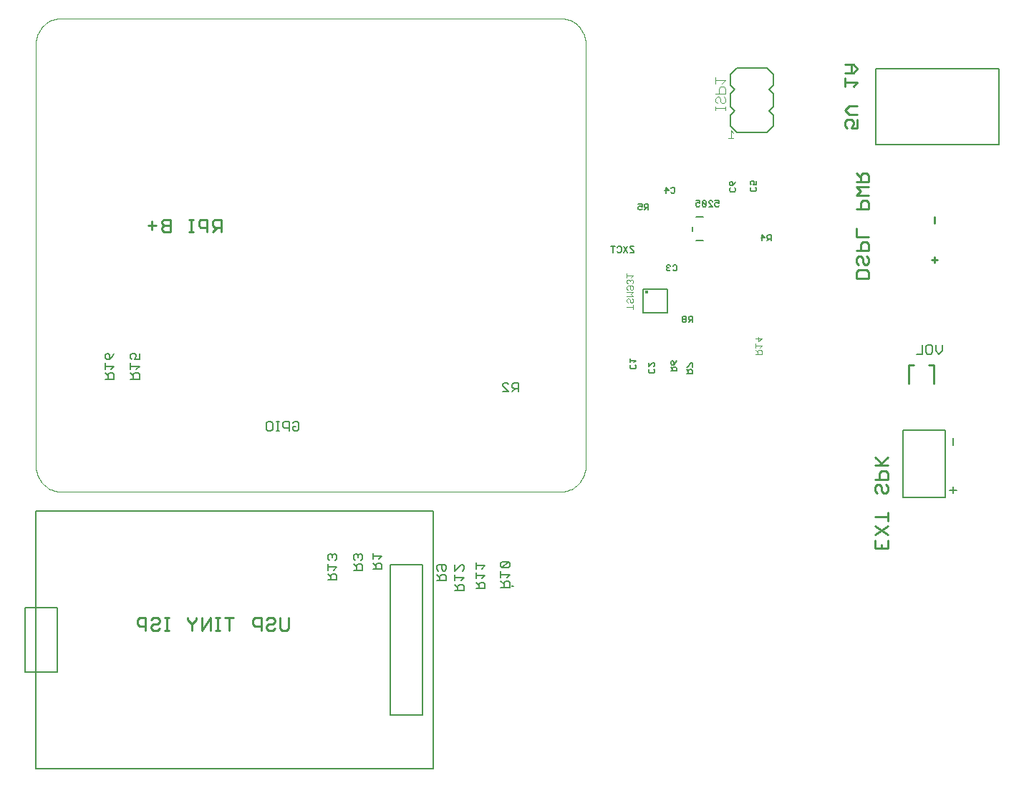
<source format=gbo>
G75*
%MOIN*%
%OFA0B0*%
%FSLAX24Y24*%
%IPPOS*%
%LPD*%
%AMOC8*
5,1,8,0,0,1.08239X$1,22.5*
%
%ADD10R,0.0110X0.0010*%
%ADD11R,0.0010X0.0010*%
%ADD12R,0.0030X0.0010*%
%ADD13R,0.0070X0.0010*%
%ADD14C,0.0000*%
%ADD15C,0.0110*%
%ADD16C,0.0090*%
%ADD17C,0.0050*%
%ADD18C,0.0040*%
%ADD19C,0.0030*%
%ADD20C,0.0070*%
%ADD21C,0.0080*%
%ADD22C,0.0157*%
%ADD23C,0.0100*%
D10*
X022825Y010899D03*
D11*
X022865Y010909D03*
D12*
X022835Y010909D03*
X022795Y010909D03*
D13*
X022825Y010919D03*
D14*
X025046Y015318D02*
X001818Y015318D01*
X001818Y015319D02*
X001752Y015321D01*
X001686Y015326D01*
X001620Y015336D01*
X001555Y015349D01*
X001491Y015365D01*
X001428Y015385D01*
X001366Y015409D01*
X001306Y015436D01*
X001247Y015466D01*
X001190Y015500D01*
X001135Y015537D01*
X001082Y015577D01*
X001031Y015619D01*
X000983Y015665D01*
X000937Y015713D01*
X000895Y015764D01*
X000855Y015817D01*
X000818Y015872D01*
X000784Y015929D01*
X000754Y015988D01*
X000727Y016048D01*
X000703Y016110D01*
X000683Y016173D01*
X000667Y016237D01*
X000654Y016302D01*
X000644Y016368D01*
X000639Y016434D01*
X000637Y016500D01*
X000637Y036185D01*
X000639Y036251D01*
X000644Y036317D01*
X000654Y036383D01*
X000667Y036448D01*
X000683Y036512D01*
X000703Y036575D01*
X000727Y036637D01*
X000754Y036697D01*
X000784Y036756D01*
X000818Y036813D01*
X000855Y036868D01*
X000895Y036921D01*
X000937Y036972D01*
X000983Y037020D01*
X001031Y037066D01*
X001082Y037108D01*
X001135Y037148D01*
X001190Y037185D01*
X001247Y037219D01*
X001306Y037249D01*
X001366Y037276D01*
X001428Y037300D01*
X001491Y037320D01*
X001555Y037336D01*
X001620Y037349D01*
X001686Y037359D01*
X001752Y037364D01*
X001818Y037366D01*
X025046Y037366D01*
X025112Y037364D01*
X025178Y037359D01*
X025244Y037349D01*
X025309Y037336D01*
X025373Y037320D01*
X025436Y037300D01*
X025498Y037276D01*
X025558Y037249D01*
X025617Y037219D01*
X025674Y037185D01*
X025729Y037148D01*
X025782Y037108D01*
X025833Y037066D01*
X025881Y037020D01*
X025927Y036972D01*
X025969Y036921D01*
X026009Y036868D01*
X026046Y036813D01*
X026080Y036756D01*
X026110Y036697D01*
X026137Y036637D01*
X026161Y036575D01*
X026181Y036512D01*
X026197Y036448D01*
X026210Y036383D01*
X026220Y036317D01*
X026225Y036251D01*
X026227Y036185D01*
X026227Y016500D01*
X026225Y016434D01*
X026220Y016368D01*
X026210Y016302D01*
X026197Y016237D01*
X026181Y016173D01*
X026161Y016110D01*
X026137Y016048D01*
X026110Y015988D01*
X026080Y015929D01*
X026046Y015872D01*
X026009Y015817D01*
X025969Y015764D01*
X025927Y015713D01*
X025881Y015665D01*
X025833Y015619D01*
X025782Y015577D01*
X025729Y015537D01*
X025674Y015500D01*
X025617Y015466D01*
X025558Y015436D01*
X025498Y015409D01*
X025436Y015385D01*
X025373Y015365D01*
X025309Y015349D01*
X025244Y015336D01*
X025178Y015326D01*
X025112Y015321D01*
X025046Y015319D01*
D15*
X012404Y009447D02*
X012404Y008955D01*
X012306Y008856D01*
X012109Y008856D01*
X012011Y008955D01*
X012011Y009447D01*
X011760Y009349D02*
X011760Y009250D01*
X011661Y009152D01*
X011465Y009152D01*
X011366Y009053D01*
X011366Y008955D01*
X011465Y008856D01*
X011661Y008856D01*
X011760Y008955D01*
X011760Y009349D02*
X011661Y009447D01*
X011465Y009447D01*
X011366Y009349D01*
X011115Y009447D02*
X010820Y009447D01*
X010722Y009349D01*
X010722Y009152D01*
X010820Y009053D01*
X011115Y009053D01*
X011115Y008856D02*
X011115Y009447D01*
X009826Y009447D02*
X009433Y009447D01*
X009629Y009447D02*
X009629Y008856D01*
X009182Y008856D02*
X008985Y008856D01*
X009083Y008856D02*
X009083Y009447D01*
X008985Y009447D02*
X009182Y009447D01*
X008752Y009447D02*
X008358Y008856D01*
X008358Y009447D01*
X008107Y009447D02*
X008107Y009349D01*
X007911Y009152D01*
X007911Y008856D01*
X007911Y009152D02*
X007714Y009349D01*
X007714Y009447D01*
X006818Y009447D02*
X006622Y009447D01*
X006720Y009447D02*
X006720Y008856D01*
X006818Y008856D02*
X006622Y008856D01*
X006389Y008955D02*
X006290Y008856D01*
X006093Y008856D01*
X005995Y008955D01*
X005995Y009053D01*
X006093Y009152D01*
X006290Y009152D01*
X006389Y009250D01*
X006389Y009349D01*
X006290Y009447D01*
X006093Y009447D01*
X005995Y009349D01*
X005744Y009447D02*
X005449Y009447D01*
X005350Y009349D01*
X005350Y009152D01*
X005449Y009053D01*
X005744Y009053D01*
X005744Y008856D02*
X005744Y009447D01*
X008752Y009447D02*
X008752Y008856D01*
X008859Y027411D02*
X009056Y027608D01*
X008958Y027608D02*
X009253Y027608D01*
X009253Y027411D02*
X009253Y028001D01*
X008958Y028001D01*
X008859Y027903D01*
X008859Y027706D01*
X008958Y027608D01*
X008609Y027608D02*
X008313Y027608D01*
X008215Y027706D01*
X008215Y027903D01*
X008313Y028001D01*
X008609Y028001D01*
X008609Y027411D01*
X007964Y027411D02*
X007767Y027411D01*
X007866Y027411D02*
X007866Y028001D01*
X007964Y028001D02*
X007767Y028001D01*
X006890Y028001D02*
X006890Y027411D01*
X006594Y027411D01*
X006496Y027509D01*
X006496Y027608D01*
X006594Y027706D01*
X006890Y027706D01*
X006890Y028001D02*
X006594Y028001D01*
X006496Y027903D01*
X006496Y027804D01*
X006594Y027706D01*
X006245Y027706D02*
X005852Y027706D01*
X006048Y027903D02*
X006048Y027509D01*
X038290Y032352D02*
X038389Y032253D01*
X038290Y032352D02*
X038290Y032549D01*
X038389Y032647D01*
X038585Y032647D01*
X038684Y032549D01*
X038684Y032450D01*
X038585Y032253D01*
X038881Y032253D01*
X038881Y032647D01*
X038881Y032898D02*
X038487Y032898D01*
X038290Y033095D01*
X038487Y033292D01*
X038881Y033292D01*
X038684Y034187D02*
X038881Y034384D01*
X038290Y034384D01*
X038290Y034187D02*
X038290Y034581D01*
X038290Y034832D02*
X038684Y034832D01*
X038881Y035028D01*
X038684Y035225D01*
X038290Y035225D01*
X038585Y035225D02*
X038585Y034832D01*
X038822Y030161D02*
X039019Y029964D01*
X039019Y030062D02*
X039019Y029767D01*
X038822Y029767D02*
X039412Y029767D01*
X039412Y030062D01*
X039314Y030161D01*
X039117Y030161D01*
X039019Y030062D01*
X038822Y029516D02*
X039412Y029516D01*
X039412Y029123D02*
X038822Y029123D01*
X039019Y029319D01*
X038822Y029516D01*
X039117Y028872D02*
X039019Y028773D01*
X039019Y028478D01*
X038822Y028478D02*
X039412Y028478D01*
X039412Y028773D01*
X039314Y028872D01*
X039117Y028872D01*
X038822Y027583D02*
X038822Y027189D01*
X039412Y027189D01*
X039314Y026938D02*
X039117Y026938D01*
X039019Y026840D01*
X039019Y026544D01*
X038822Y026544D02*
X039412Y026544D01*
X039412Y026840D01*
X039314Y026938D01*
X039314Y026294D02*
X039412Y026195D01*
X039412Y025998D01*
X039314Y025900D01*
X039215Y025900D01*
X039117Y025998D01*
X039117Y026195D01*
X039019Y026294D01*
X038920Y026294D01*
X038822Y026195D01*
X038822Y025998D01*
X038920Y025900D01*
X038920Y025649D02*
X039314Y025649D01*
X039412Y025551D01*
X039412Y025255D01*
X038822Y025255D01*
X038822Y025551D01*
X038920Y025649D01*
X039697Y016934D02*
X039992Y016638D01*
X039893Y016540D02*
X040287Y016934D01*
X040287Y016540D02*
X039697Y016540D01*
X039992Y016289D02*
X039893Y016191D01*
X039893Y015895D01*
X039697Y015895D02*
X040287Y015895D01*
X040287Y016191D01*
X040189Y016289D01*
X039992Y016289D01*
X039893Y015644D02*
X039795Y015644D01*
X039697Y015546D01*
X039697Y015349D01*
X039795Y015251D01*
X039992Y015349D02*
X039992Y015546D01*
X039893Y015644D01*
X040189Y015644D02*
X040287Y015546D01*
X040287Y015349D01*
X040189Y015251D01*
X040090Y015251D01*
X039992Y015349D01*
X040287Y014355D02*
X040287Y013962D01*
X040287Y014159D02*
X039697Y014159D01*
X039697Y013711D02*
X040287Y013317D01*
X040287Y013066D02*
X040287Y012673D01*
X039697Y012673D01*
X039697Y013066D01*
X039697Y013317D02*
X040287Y013711D01*
X039992Y012869D02*
X039992Y012673D01*
D16*
X042454Y025995D02*
X042454Y026268D01*
X042591Y026131D02*
X042317Y026131D01*
X042454Y027836D02*
X042454Y028110D01*
D17*
X019125Y002419D02*
X000625Y002419D01*
X000625Y006919D01*
X001625Y006919D01*
X001625Y009919D01*
X000625Y009919D01*
X000125Y009919D01*
X000125Y006919D01*
X000625Y006919D01*
X000625Y009919D01*
X000625Y014419D01*
X019125Y014419D01*
X019125Y002419D01*
X018625Y004919D02*
X017125Y004919D01*
X017125Y011919D01*
X018625Y011919D01*
X018625Y004919D01*
X028343Y021049D02*
X028298Y021094D01*
X028298Y021184D01*
X028343Y021229D01*
X028298Y021344D02*
X028298Y021524D01*
X028298Y021434D02*
X028568Y021434D01*
X028478Y021344D01*
X028523Y021229D02*
X028568Y021184D01*
X028568Y021094D01*
X028523Y021049D01*
X028343Y021049D01*
X029164Y020987D02*
X029209Y021032D01*
X029164Y020987D02*
X029164Y020897D01*
X029209Y020852D01*
X029389Y020852D01*
X029434Y020897D01*
X029434Y020987D01*
X029389Y021032D01*
X029389Y021147D02*
X029434Y021192D01*
X029434Y021282D01*
X029389Y021327D01*
X029344Y021327D01*
X029164Y021147D01*
X029164Y021327D01*
X030186Y021368D02*
X030231Y021413D01*
X030276Y021413D01*
X030321Y021368D01*
X030321Y021233D01*
X030231Y021233D01*
X030186Y021278D01*
X030186Y021368D01*
X030321Y021233D02*
X030411Y021323D01*
X030456Y021413D01*
X030411Y021118D02*
X030321Y021118D01*
X030276Y021073D01*
X030276Y020938D01*
X030186Y020938D02*
X030456Y020938D01*
X030456Y021073D01*
X030411Y021118D01*
X030276Y021028D02*
X030186Y021118D01*
X030916Y021127D02*
X030961Y021127D01*
X031141Y021307D01*
X031186Y021307D01*
X031186Y021127D01*
X031141Y021013D02*
X031051Y021013D01*
X031006Y020968D01*
X031006Y020832D01*
X030916Y020832D02*
X031186Y020832D01*
X031186Y020968D01*
X031141Y021013D01*
X031006Y020923D02*
X030916Y021013D01*
X030866Y023213D02*
X030911Y023258D01*
X030911Y023303D01*
X030866Y023348D01*
X030776Y023348D01*
X030731Y023303D01*
X030731Y023258D01*
X030776Y023213D01*
X030866Y023213D01*
X030866Y023348D02*
X030911Y023393D01*
X030911Y023438D01*
X030866Y023483D01*
X030776Y023483D01*
X030731Y023438D01*
X030731Y023393D01*
X030776Y023348D01*
X031026Y023348D02*
X031071Y023303D01*
X031206Y023303D01*
X031206Y023213D02*
X031206Y023483D01*
X031071Y023483D01*
X031026Y023438D01*
X031026Y023348D01*
X031116Y023303D02*
X031026Y023213D01*
X030421Y025610D02*
X030331Y025610D01*
X030286Y025655D01*
X030172Y025655D02*
X030127Y025610D01*
X030037Y025610D01*
X029992Y025655D01*
X029992Y025700D01*
X030037Y025745D01*
X030082Y025745D01*
X030037Y025745D02*
X029992Y025790D01*
X029992Y025835D01*
X030037Y025880D01*
X030127Y025880D01*
X030172Y025835D01*
X030286Y025835D02*
X030331Y025880D01*
X030421Y025880D01*
X030466Y025835D01*
X030466Y025655D01*
X030421Y025610D01*
X028472Y026468D02*
X028291Y026468D01*
X028177Y026468D02*
X027997Y026739D01*
X027882Y026693D02*
X027882Y026513D01*
X027837Y026468D01*
X027747Y026468D01*
X027702Y026513D01*
X027702Y026693D02*
X027747Y026739D01*
X027837Y026739D01*
X027882Y026693D01*
X027997Y026468D02*
X028177Y026739D01*
X028291Y026739D02*
X028291Y026693D01*
X028472Y026513D01*
X028472Y026468D01*
X028472Y026739D02*
X028291Y026739D01*
X027588Y026739D02*
X027407Y026739D01*
X027497Y026739D02*
X027497Y026468D01*
X028719Y028452D02*
X028674Y028497D01*
X028674Y028587D01*
X028719Y028632D01*
X028764Y028632D01*
X028854Y028587D01*
X028854Y028722D01*
X028674Y028722D01*
X028719Y028452D02*
X028809Y028452D01*
X028854Y028497D01*
X028968Y028452D02*
X029058Y028542D01*
X029013Y028542D02*
X029148Y028542D01*
X029148Y028452D02*
X029148Y028722D01*
X029013Y028722D01*
X028968Y028677D01*
X028968Y028587D01*
X029013Y028542D01*
X029951Y029231D02*
X029951Y029501D01*
X030086Y029366D01*
X029906Y029366D01*
X030200Y029456D02*
X030246Y029501D01*
X030336Y029501D01*
X030381Y029456D01*
X030381Y029276D01*
X030336Y029231D01*
X030246Y029231D01*
X030200Y029276D01*
X031363Y028872D02*
X031543Y028872D01*
X031543Y028737D01*
X031453Y028782D01*
X031408Y028782D01*
X031363Y028737D01*
X031363Y028647D01*
X031408Y028602D01*
X031498Y028602D01*
X031543Y028647D01*
X031657Y028647D02*
X031657Y028827D01*
X031837Y028647D01*
X031792Y028602D01*
X031702Y028602D01*
X031657Y028647D01*
X031657Y028827D02*
X031702Y028872D01*
X031792Y028872D01*
X031837Y028827D01*
X031837Y028647D01*
X031952Y028602D02*
X032132Y028602D01*
X031952Y028782D01*
X031952Y028827D01*
X031997Y028872D01*
X032087Y028872D01*
X032132Y028827D01*
X032246Y028872D02*
X032427Y028872D01*
X032427Y028737D01*
X032337Y028782D01*
X032292Y028782D01*
X032246Y028737D01*
X032246Y028647D01*
X032292Y028602D01*
X032382Y028602D01*
X032427Y028647D01*
X032977Y029295D02*
X032932Y029340D01*
X032932Y029430D01*
X032977Y029475D01*
X032977Y029589D02*
X032932Y029634D01*
X032932Y029724D01*
X032977Y029769D01*
X033022Y029769D01*
X033067Y029724D01*
X033067Y029589D01*
X032977Y029589D01*
X033067Y029589D02*
X033157Y029679D01*
X033202Y029769D01*
X033157Y029475D02*
X033202Y029430D01*
X033202Y029340D01*
X033157Y029295D01*
X032977Y029295D01*
X033896Y029359D02*
X033896Y029449D01*
X033941Y029494D01*
X033941Y029609D02*
X033896Y029654D01*
X033896Y029744D01*
X033941Y029789D01*
X034032Y029789D01*
X034077Y029744D01*
X034077Y029699D01*
X034032Y029609D01*
X034167Y029609D01*
X034167Y029789D01*
X034122Y029494D02*
X034167Y029449D01*
X034167Y029359D01*
X034122Y029314D01*
X033941Y029314D01*
X033896Y029359D01*
X034430Y027273D02*
X034565Y027138D01*
X034385Y027138D01*
X034430Y027003D02*
X034430Y027273D01*
X034679Y027228D02*
X034679Y027138D01*
X034724Y027093D01*
X034859Y027093D01*
X034769Y027093D02*
X034679Y027003D01*
X034859Y027003D02*
X034859Y027273D01*
X034724Y027273D01*
X034679Y027228D01*
X039721Y031490D02*
X045469Y031490D01*
X045469Y035033D01*
X039721Y035033D01*
X039721Y031490D01*
X034954Y032366D02*
X034954Y032866D01*
X034754Y033066D01*
X034954Y033266D01*
X034954Y033866D01*
X034754Y034066D01*
X034954Y034266D01*
X034954Y034766D01*
X034654Y035066D01*
X033254Y035066D01*
X032954Y034766D01*
X032954Y034266D01*
X033154Y034066D01*
X032954Y033866D01*
X032954Y033266D01*
X033154Y033066D01*
X032954Y032866D01*
X032954Y032366D01*
X033254Y032066D01*
X034654Y032066D01*
X034954Y032366D01*
X041001Y018183D02*
X042969Y018183D01*
X042969Y015053D01*
X041001Y015053D01*
X041001Y018183D01*
D18*
X032734Y033098D02*
X032734Y033252D01*
X032734Y033175D02*
X032274Y033175D01*
X032274Y033098D02*
X032274Y033252D01*
X032350Y033405D02*
X032274Y033482D01*
X032274Y033635D01*
X032350Y033712D01*
X032427Y033712D01*
X032504Y033635D01*
X032504Y033482D01*
X032581Y033405D01*
X032657Y033405D01*
X032734Y033482D01*
X032734Y033635D01*
X032657Y033712D01*
X032734Y033866D02*
X032734Y034096D01*
X032657Y034173D01*
X032504Y034173D01*
X032427Y034096D01*
X032427Y033866D01*
X032274Y033866D02*
X032734Y033866D01*
X032581Y034326D02*
X032734Y034480D01*
X032274Y034480D01*
X032274Y034633D02*
X032274Y034326D01*
D19*
X032984Y032152D02*
X032984Y031781D01*
X033107Y031781D02*
X032860Y031781D01*
X033107Y032028D02*
X032984Y032152D01*
X028432Y025398D02*
X028142Y025398D01*
X028142Y025494D02*
X028142Y025301D01*
X028190Y025200D02*
X028142Y025151D01*
X028142Y025055D01*
X028190Y025006D01*
X028190Y024905D02*
X028384Y024905D01*
X028432Y024857D01*
X028432Y024760D01*
X028384Y024711D01*
X028335Y024711D01*
X028287Y024760D01*
X028287Y024905D01*
X028190Y024905D02*
X028142Y024857D01*
X028142Y024760D01*
X028190Y024711D01*
X028142Y024610D02*
X028432Y024610D01*
X028335Y024514D01*
X028432Y024417D01*
X028142Y024417D01*
X028190Y024316D02*
X028142Y024267D01*
X028142Y024171D01*
X028190Y024122D01*
X028287Y024171D02*
X028287Y024267D01*
X028239Y024316D01*
X028190Y024316D01*
X028287Y024171D02*
X028335Y024122D01*
X028384Y024122D01*
X028432Y024171D01*
X028432Y024267D01*
X028384Y024316D01*
X028432Y024021D02*
X028432Y023828D01*
X028432Y023924D02*
X028142Y023924D01*
X028384Y025006D02*
X028432Y025055D01*
X028432Y025151D01*
X028384Y025200D01*
X028335Y025200D01*
X028287Y025151D01*
X028239Y025200D01*
X028190Y025200D01*
X028287Y025151D02*
X028287Y025103D01*
X028335Y025301D02*
X028432Y025398D01*
X034125Y022463D02*
X034415Y022463D01*
X034270Y022318D01*
X034270Y022511D01*
X034125Y022217D02*
X034125Y022023D01*
X034125Y022120D02*
X034415Y022120D01*
X034318Y022023D01*
X034270Y021922D02*
X034221Y021874D01*
X034221Y021729D01*
X034125Y021729D02*
X034415Y021729D01*
X034415Y021874D01*
X034367Y021922D01*
X034270Y021922D01*
X034221Y021825D02*
X034125Y021922D01*
D20*
X043318Y017814D02*
X043318Y017487D01*
X043318Y015564D02*
X043318Y015237D01*
X043155Y015400D02*
X043482Y015400D01*
D21*
X042676Y021736D02*
X042536Y021876D01*
X042536Y022157D01*
X042356Y022087D02*
X042356Y021806D01*
X042286Y021736D01*
X042146Y021736D01*
X042076Y021806D01*
X042076Y022087D01*
X042146Y022157D01*
X042286Y022157D01*
X042356Y022087D01*
X041896Y022157D02*
X041896Y021736D01*
X041616Y021736D01*
X042676Y021736D02*
X042817Y021876D01*
X042817Y022157D01*
X031702Y027003D02*
X031363Y027003D01*
X031213Y027457D02*
X031213Y027668D01*
X031363Y028123D02*
X031702Y028123D01*
X030017Y024767D02*
X028914Y024767D01*
X028914Y023665D01*
X030017Y023665D01*
X030017Y024767D01*
X023092Y020391D02*
X023092Y019971D01*
X023092Y020111D02*
X022882Y020111D01*
X022812Y020181D01*
X022812Y020321D01*
X022882Y020391D01*
X023092Y020391D01*
X022952Y020111D02*
X022812Y019971D01*
X022632Y019971D02*
X022352Y020251D01*
X022352Y020321D01*
X022422Y020391D01*
X022562Y020391D01*
X022632Y020321D01*
X022632Y019971D02*
X022352Y019971D01*
X016742Y012317D02*
X016322Y012317D01*
X016322Y012177D02*
X016322Y012457D01*
X016602Y012177D02*
X016742Y012317D01*
X016672Y011997D02*
X016532Y011997D01*
X016462Y011927D01*
X016462Y011717D01*
X016462Y011857D02*
X016322Y011997D01*
X016322Y011717D02*
X016742Y011717D01*
X016742Y011927D01*
X016672Y011997D01*
X015837Y011878D02*
X015837Y011668D01*
X015417Y011668D01*
X015557Y011668D02*
X015557Y011878D01*
X015627Y011948D01*
X015767Y011948D01*
X015837Y011878D01*
X015767Y012128D02*
X015837Y012198D01*
X015837Y012338D01*
X015767Y012408D01*
X015697Y012408D01*
X015627Y012338D01*
X015557Y012408D01*
X015487Y012408D01*
X015417Y012338D01*
X015417Y012198D01*
X015487Y012128D01*
X015417Y011948D02*
X015557Y011808D01*
X015627Y012268D02*
X015627Y012338D01*
X014636Y012338D02*
X014566Y012408D01*
X014496Y012408D01*
X014426Y012338D01*
X014356Y012408D01*
X014286Y012408D01*
X014216Y012338D01*
X014216Y012198D01*
X014286Y012128D01*
X014216Y011948D02*
X014216Y011668D01*
X014216Y011808D02*
X014636Y011808D01*
X014496Y011668D01*
X014426Y011487D02*
X014356Y011417D01*
X014356Y011207D01*
X014216Y011207D02*
X014636Y011207D01*
X014636Y011417D01*
X014566Y011487D01*
X014426Y011487D01*
X014356Y011347D02*
X014216Y011487D01*
X014566Y012128D02*
X014636Y012198D01*
X014636Y012338D01*
X014426Y012338D02*
X014426Y012268D01*
X019304Y011846D02*
X019304Y011706D01*
X019374Y011636D01*
X019515Y011706D02*
X019515Y011916D01*
X019655Y011916D02*
X019374Y011916D01*
X019304Y011846D01*
X019515Y011706D02*
X019585Y011636D01*
X019655Y011636D01*
X019725Y011706D01*
X019725Y011846D01*
X019655Y011916D01*
X019655Y011456D02*
X019515Y011456D01*
X019444Y011386D01*
X019444Y011175D01*
X019304Y011175D02*
X019725Y011175D01*
X019725Y011386D01*
X019655Y011456D01*
X019444Y011316D02*
X019304Y011456D01*
X020141Y011456D02*
X020141Y011175D01*
X020141Y011316D02*
X020561Y011316D01*
X020421Y011175D01*
X020351Y010995D02*
X020281Y010925D01*
X020281Y010715D01*
X020141Y010715D02*
X020561Y010715D01*
X020561Y010925D01*
X020491Y010995D01*
X020351Y010995D01*
X020281Y010855D02*
X020141Y010995D01*
X020141Y011636D02*
X020421Y011916D01*
X020491Y011916D01*
X020561Y011846D01*
X020561Y011706D01*
X020491Y011636D01*
X020141Y011636D02*
X020141Y011916D01*
X021115Y011874D02*
X021536Y011874D01*
X021396Y011734D01*
X021115Y011734D02*
X021115Y012014D01*
X021115Y011554D02*
X021115Y011274D01*
X021115Y011414D02*
X021536Y011414D01*
X021396Y011274D01*
X021466Y011094D02*
X021326Y011094D01*
X021256Y011024D01*
X021256Y010813D01*
X021256Y010954D02*
X021115Y011094D01*
X021115Y010813D02*
X021536Y010813D01*
X021536Y011024D01*
X021466Y011094D01*
X022277Y011143D02*
X022417Y011003D01*
X022417Y011073D02*
X022417Y010863D01*
X022277Y010863D02*
X022697Y010863D01*
X022697Y011073D01*
X022627Y011143D01*
X022487Y011143D01*
X022417Y011073D01*
X022557Y011323D02*
X022697Y011463D01*
X022277Y011463D01*
X022277Y011323D02*
X022277Y011603D01*
X022347Y011783D02*
X022627Y012064D01*
X022347Y012064D01*
X022277Y011994D01*
X022277Y011854D01*
X022347Y011783D01*
X022627Y011783D01*
X022697Y011854D01*
X022697Y011994D01*
X022627Y012064D01*
X012877Y018226D02*
X012807Y018156D01*
X012667Y018156D01*
X012597Y018226D01*
X012597Y018366D01*
X012737Y018366D01*
X012597Y018506D02*
X012667Y018576D01*
X012807Y018576D01*
X012877Y018506D01*
X012877Y018226D01*
X012417Y018296D02*
X012207Y018296D01*
X012137Y018366D01*
X012137Y018506D01*
X012207Y018576D01*
X012417Y018576D01*
X012417Y018156D01*
X011957Y018156D02*
X011817Y018156D01*
X011887Y018156D02*
X011887Y018576D01*
X011957Y018576D02*
X011817Y018576D01*
X011650Y018506D02*
X011650Y018226D01*
X011580Y018156D01*
X011440Y018156D01*
X011369Y018226D01*
X011369Y018506D01*
X011440Y018576D01*
X011580Y018576D01*
X011650Y018506D01*
X005453Y020567D02*
X005453Y020778D01*
X005383Y020848D01*
X005243Y020848D01*
X005173Y020778D01*
X005173Y020567D01*
X005033Y020567D02*
X005453Y020567D01*
X005173Y020708D02*
X005033Y020848D01*
X005033Y021028D02*
X005033Y021308D01*
X005033Y021168D02*
X005453Y021168D01*
X005313Y021028D01*
X005243Y021488D02*
X005313Y021628D01*
X005313Y021698D01*
X005243Y021768D01*
X005103Y021768D01*
X005033Y021698D01*
X005033Y021558D01*
X005103Y021488D01*
X005243Y021488D02*
X005453Y021488D01*
X005453Y021768D01*
X004272Y021768D02*
X004202Y021628D01*
X004062Y021488D01*
X004062Y021698D01*
X003992Y021768D01*
X003922Y021768D01*
X003852Y021698D01*
X003852Y021558D01*
X003922Y021488D01*
X004062Y021488D01*
X003852Y021308D02*
X003852Y021028D01*
X003852Y021168D02*
X004272Y021168D01*
X004132Y021028D01*
X004202Y020848D02*
X004062Y020848D01*
X003992Y020778D01*
X003992Y020567D01*
X003852Y020567D02*
X004272Y020567D01*
X004272Y020778D01*
X004202Y020848D01*
X003992Y020708D02*
X003852Y020848D01*
D22*
X029072Y024610D03*
D23*
X041277Y021214D02*
X041277Y020368D01*
X041277Y021214D02*
X041513Y021214D01*
X042182Y021214D02*
X042418Y021214D01*
X042418Y020368D01*
M02*

</source>
